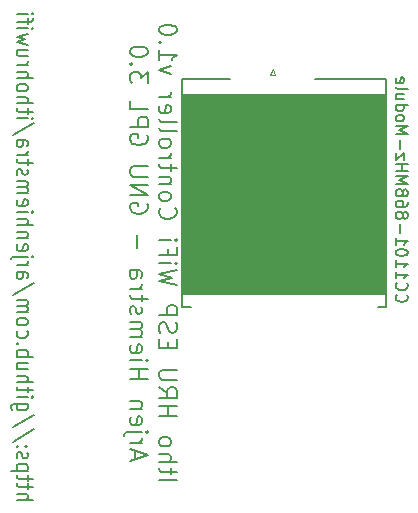
<source format=gbo>
G04 #@! TF.GenerationSoftware,KiCad,Pcbnew,(5.1.9-0-10_14)*
G04 #@! TF.CreationDate,2021-06-28T14:28:25+02:00*
G04 #@! TF.ProjectId,ithowifi_4l,6974686f-7769-4666-995f-346c2e6b6963,rev?*
G04 #@! TF.SameCoordinates,Original*
G04 #@! TF.FileFunction,Legend,Bot*
G04 #@! TF.FilePolarity,Positive*
%FSLAX46Y46*%
G04 Gerber Fmt 4.6, Leading zero omitted, Abs format (unit mm)*
G04 Created by KiCad (PCBNEW (5.1.9-0-10_14)) date 2021-06-28 14:28:25*
%MOMM*%
%LPD*%
G01*
G04 APERTURE LIST*
%ADD10C,0.100000*%
%ADD11C,0.200000*%
%ADD12C,0.150000*%
%ADD13C,0.120000*%
G04 APERTURE END LIST*
D10*
G36*
X104504000Y-131809200D02*
G01*
X87257400Y-131809200D01*
X87232000Y-114842000D01*
X104504000Y-114842000D01*
X104504000Y-131809200D01*
G37*
X104504000Y-131809200D02*
X87257400Y-131809200D01*
X87232000Y-114842000D01*
X104504000Y-114842000D01*
X104504000Y-131809200D01*
D11*
X73217166Y-149222428D02*
X74617166Y-149222428D01*
X73217166Y-148708142D02*
X73950500Y-148708142D01*
X74083833Y-148765285D01*
X74150500Y-148879571D01*
X74150500Y-149051000D01*
X74083833Y-149165285D01*
X74017166Y-149222428D01*
X74150500Y-148308142D02*
X74150500Y-147851000D01*
X74617166Y-148136714D02*
X73417166Y-148136714D01*
X73283833Y-148079571D01*
X73217166Y-147965285D01*
X73217166Y-147851000D01*
X74150500Y-147622428D02*
X74150500Y-147165285D01*
X74617166Y-147451000D02*
X73417166Y-147451000D01*
X73283833Y-147393857D01*
X73217166Y-147279571D01*
X73217166Y-147165285D01*
X74150500Y-146765285D02*
X72750500Y-146765285D01*
X74083833Y-146765285D02*
X74150500Y-146651000D01*
X74150500Y-146422428D01*
X74083833Y-146308142D01*
X74017166Y-146251000D01*
X73883833Y-146193857D01*
X73483833Y-146193857D01*
X73350500Y-146251000D01*
X73283833Y-146308142D01*
X73217166Y-146422428D01*
X73217166Y-146651000D01*
X73283833Y-146765285D01*
X73283833Y-145736714D02*
X73217166Y-145622428D01*
X73217166Y-145393857D01*
X73283833Y-145279571D01*
X73417166Y-145222428D01*
X73483833Y-145222428D01*
X73617166Y-145279571D01*
X73683833Y-145393857D01*
X73683833Y-145565285D01*
X73750500Y-145679571D01*
X73883833Y-145736714D01*
X73950500Y-145736714D01*
X74083833Y-145679571D01*
X74150500Y-145565285D01*
X74150500Y-145393857D01*
X74083833Y-145279571D01*
X73350500Y-144708142D02*
X73283833Y-144651000D01*
X73217166Y-144708142D01*
X73283833Y-144765285D01*
X73350500Y-144708142D01*
X73217166Y-144708142D01*
X74083833Y-144708142D02*
X74017166Y-144651000D01*
X73950500Y-144708142D01*
X74017166Y-144765285D01*
X74083833Y-144708142D01*
X73950500Y-144708142D01*
X74683833Y-143279571D02*
X72883833Y-144308142D01*
X74683833Y-142022428D02*
X72883833Y-143051000D01*
X74150500Y-141108142D02*
X73017166Y-141108142D01*
X72883833Y-141165285D01*
X72817166Y-141222428D01*
X72750500Y-141336714D01*
X72750500Y-141508142D01*
X72817166Y-141622428D01*
X73283833Y-141108142D02*
X73217166Y-141222428D01*
X73217166Y-141451000D01*
X73283833Y-141565285D01*
X73350500Y-141622428D01*
X73483833Y-141679571D01*
X73883833Y-141679571D01*
X74017166Y-141622428D01*
X74083833Y-141565285D01*
X74150500Y-141451000D01*
X74150500Y-141222428D01*
X74083833Y-141108142D01*
X73217166Y-140536714D02*
X74150500Y-140536714D01*
X74617166Y-140536714D02*
X74550500Y-140593857D01*
X74483833Y-140536714D01*
X74550500Y-140479571D01*
X74617166Y-140536714D01*
X74483833Y-140536714D01*
X74150500Y-140136714D02*
X74150500Y-139679571D01*
X74617166Y-139965285D02*
X73417166Y-139965285D01*
X73283833Y-139908142D01*
X73217166Y-139793857D01*
X73217166Y-139679571D01*
X73217166Y-139279571D02*
X74617166Y-139279571D01*
X73217166Y-138765285D02*
X73950500Y-138765285D01*
X74083833Y-138822428D01*
X74150500Y-138936714D01*
X74150500Y-139108142D01*
X74083833Y-139222428D01*
X74017166Y-139279571D01*
X74150500Y-137679571D02*
X73217166Y-137679571D01*
X74150500Y-138193857D02*
X73417166Y-138193857D01*
X73283833Y-138136714D01*
X73217166Y-138022428D01*
X73217166Y-137851000D01*
X73283833Y-137736714D01*
X73350500Y-137679571D01*
X73217166Y-137108142D02*
X74617166Y-137108142D01*
X74083833Y-137108142D02*
X74150500Y-136993857D01*
X74150500Y-136765285D01*
X74083833Y-136651000D01*
X74017166Y-136593857D01*
X73883833Y-136536714D01*
X73483833Y-136536714D01*
X73350500Y-136593857D01*
X73283833Y-136651000D01*
X73217166Y-136765285D01*
X73217166Y-136993857D01*
X73283833Y-137108142D01*
X73350500Y-136022428D02*
X73283833Y-135965285D01*
X73217166Y-136022428D01*
X73283833Y-136079571D01*
X73350500Y-136022428D01*
X73217166Y-136022428D01*
X73283833Y-134936714D02*
X73217166Y-135051000D01*
X73217166Y-135279571D01*
X73283833Y-135393857D01*
X73350500Y-135451000D01*
X73483833Y-135508142D01*
X73883833Y-135508142D01*
X74017166Y-135451000D01*
X74083833Y-135393857D01*
X74150500Y-135279571D01*
X74150500Y-135051000D01*
X74083833Y-134936714D01*
X73217166Y-134251000D02*
X73283833Y-134365285D01*
X73350500Y-134422428D01*
X73483833Y-134479571D01*
X73883833Y-134479571D01*
X74017166Y-134422428D01*
X74083833Y-134365285D01*
X74150500Y-134251000D01*
X74150500Y-134079571D01*
X74083833Y-133965285D01*
X74017166Y-133908142D01*
X73883833Y-133851000D01*
X73483833Y-133851000D01*
X73350500Y-133908142D01*
X73283833Y-133965285D01*
X73217166Y-134079571D01*
X73217166Y-134251000D01*
X73217166Y-133336714D02*
X74150500Y-133336714D01*
X74017166Y-133336714D02*
X74083833Y-133279571D01*
X74150500Y-133165285D01*
X74150500Y-132993857D01*
X74083833Y-132879571D01*
X73950500Y-132822428D01*
X73217166Y-132822428D01*
X73950500Y-132822428D02*
X74083833Y-132765285D01*
X74150500Y-132651000D01*
X74150500Y-132479571D01*
X74083833Y-132365285D01*
X73950500Y-132308142D01*
X73217166Y-132308142D01*
X74683833Y-130879571D02*
X72883833Y-131908142D01*
X73217166Y-129965285D02*
X73950500Y-129965285D01*
X74083833Y-130022428D01*
X74150500Y-130136714D01*
X74150500Y-130365285D01*
X74083833Y-130479571D01*
X73283833Y-129965285D02*
X73217166Y-130079571D01*
X73217166Y-130365285D01*
X73283833Y-130479571D01*
X73417166Y-130536714D01*
X73550500Y-130536714D01*
X73683833Y-130479571D01*
X73750500Y-130365285D01*
X73750500Y-130079571D01*
X73817166Y-129965285D01*
X73217166Y-129393857D02*
X74150500Y-129393857D01*
X73883833Y-129393857D02*
X74017166Y-129336714D01*
X74083833Y-129279571D01*
X74150500Y-129165285D01*
X74150500Y-129050999D01*
X74150500Y-128650999D02*
X72950500Y-128650999D01*
X72817166Y-128708142D01*
X72750500Y-128822428D01*
X72750500Y-128879571D01*
X74617166Y-128650999D02*
X74550500Y-128708142D01*
X74483833Y-128650999D01*
X74550500Y-128593857D01*
X74617166Y-128650999D01*
X74483833Y-128650999D01*
X73283833Y-127622428D02*
X73217166Y-127736714D01*
X73217166Y-127965285D01*
X73283833Y-128079571D01*
X73417166Y-128136714D01*
X73950500Y-128136714D01*
X74083833Y-128079571D01*
X74150500Y-127965285D01*
X74150500Y-127736714D01*
X74083833Y-127622428D01*
X73950500Y-127565285D01*
X73817166Y-127565285D01*
X73683833Y-128136714D01*
X74150500Y-127050999D02*
X73217166Y-127050999D01*
X74017166Y-127050999D02*
X74083833Y-126993857D01*
X74150500Y-126879571D01*
X74150500Y-126708142D01*
X74083833Y-126593857D01*
X73950500Y-126536714D01*
X73217166Y-126536714D01*
X73217166Y-125965285D02*
X74617166Y-125965285D01*
X73217166Y-125450999D02*
X73950500Y-125450999D01*
X74083833Y-125508142D01*
X74150500Y-125622428D01*
X74150500Y-125793857D01*
X74083833Y-125908142D01*
X74017166Y-125965285D01*
X73217166Y-124879571D02*
X74150500Y-124879571D01*
X74617166Y-124879571D02*
X74550500Y-124936714D01*
X74483833Y-124879571D01*
X74550500Y-124822428D01*
X74617166Y-124879571D01*
X74483833Y-124879571D01*
X73283833Y-123850999D02*
X73217166Y-123965285D01*
X73217166Y-124193857D01*
X73283833Y-124308142D01*
X73417166Y-124365285D01*
X73950500Y-124365285D01*
X74083833Y-124308142D01*
X74150500Y-124193857D01*
X74150500Y-123965285D01*
X74083833Y-123850999D01*
X73950500Y-123793857D01*
X73817166Y-123793857D01*
X73683833Y-124365285D01*
X73217166Y-123279571D02*
X74150500Y-123279571D01*
X74017166Y-123279571D02*
X74083833Y-123222428D01*
X74150500Y-123108142D01*
X74150500Y-122936714D01*
X74083833Y-122822428D01*
X73950500Y-122765285D01*
X73217166Y-122765285D01*
X73950500Y-122765285D02*
X74083833Y-122708142D01*
X74150500Y-122593857D01*
X74150500Y-122422428D01*
X74083833Y-122308142D01*
X73950500Y-122250999D01*
X73217166Y-122250999D01*
X73283833Y-121736714D02*
X73217166Y-121622428D01*
X73217166Y-121393857D01*
X73283833Y-121279571D01*
X73417166Y-121222428D01*
X73483833Y-121222428D01*
X73617166Y-121279571D01*
X73683833Y-121393857D01*
X73683833Y-121565285D01*
X73750500Y-121679571D01*
X73883833Y-121736714D01*
X73950500Y-121736714D01*
X74083833Y-121679571D01*
X74150500Y-121565285D01*
X74150500Y-121393857D01*
X74083833Y-121279571D01*
X74150500Y-120879571D02*
X74150500Y-120422428D01*
X74617166Y-120708142D02*
X73417166Y-120708142D01*
X73283833Y-120650999D01*
X73217166Y-120536714D01*
X73217166Y-120422428D01*
X73217166Y-120022428D02*
X74150500Y-120022428D01*
X73883833Y-120022428D02*
X74017166Y-119965285D01*
X74083833Y-119908142D01*
X74150500Y-119793857D01*
X74150500Y-119679571D01*
X73217166Y-118765285D02*
X73950500Y-118765285D01*
X74083833Y-118822428D01*
X74150500Y-118936714D01*
X74150500Y-119165285D01*
X74083833Y-119279571D01*
X73283833Y-118765285D02*
X73217166Y-118879571D01*
X73217166Y-119165285D01*
X73283833Y-119279571D01*
X73417166Y-119336714D01*
X73550500Y-119336714D01*
X73683833Y-119279571D01*
X73750500Y-119165285D01*
X73750500Y-118879571D01*
X73817166Y-118765285D01*
X74683833Y-117336714D02*
X72883833Y-118365285D01*
X73217166Y-116936714D02*
X74150500Y-116936714D01*
X74617166Y-116936714D02*
X74550500Y-116993857D01*
X74483833Y-116936714D01*
X74550500Y-116879571D01*
X74617166Y-116936714D01*
X74483833Y-116936714D01*
X74150500Y-116536714D02*
X74150500Y-116079571D01*
X74617166Y-116365285D02*
X73417166Y-116365285D01*
X73283833Y-116308142D01*
X73217166Y-116193857D01*
X73217166Y-116079571D01*
X73217166Y-115679571D02*
X74617166Y-115679571D01*
X73217166Y-115165285D02*
X73950500Y-115165285D01*
X74083833Y-115222428D01*
X74150500Y-115336714D01*
X74150500Y-115508142D01*
X74083833Y-115622428D01*
X74017166Y-115679571D01*
X73217166Y-114422428D02*
X73283833Y-114536714D01*
X73350500Y-114593857D01*
X73483833Y-114651000D01*
X73883833Y-114651000D01*
X74017166Y-114593857D01*
X74083833Y-114536714D01*
X74150500Y-114422428D01*
X74150500Y-114251000D01*
X74083833Y-114136714D01*
X74017166Y-114079571D01*
X73883833Y-114022428D01*
X73483833Y-114022428D01*
X73350500Y-114079571D01*
X73283833Y-114136714D01*
X73217166Y-114251000D01*
X73217166Y-114422428D01*
X73217166Y-113508142D02*
X74617166Y-113508142D01*
X73217166Y-112993857D02*
X73950500Y-112993857D01*
X74083833Y-113051000D01*
X74150500Y-113165285D01*
X74150500Y-113336714D01*
X74083833Y-113451000D01*
X74017166Y-113508142D01*
X73217166Y-112422428D02*
X74150500Y-112422428D01*
X73883833Y-112422428D02*
X74017166Y-112365285D01*
X74083833Y-112308142D01*
X74150500Y-112193857D01*
X74150500Y-112079571D01*
X74150500Y-111165285D02*
X73217166Y-111165285D01*
X74150500Y-111679571D02*
X73417166Y-111679571D01*
X73283833Y-111622428D01*
X73217166Y-111508142D01*
X73217166Y-111336714D01*
X73283833Y-111222428D01*
X73350500Y-111165285D01*
X74150500Y-110708142D02*
X73217166Y-110479571D01*
X73883833Y-110251000D01*
X73217166Y-110022428D01*
X74150500Y-109793857D01*
X73217166Y-109336714D02*
X74150500Y-109336714D01*
X74617166Y-109336714D02*
X74550500Y-109393857D01*
X74483833Y-109336714D01*
X74550500Y-109279571D01*
X74617166Y-109336714D01*
X74483833Y-109336714D01*
X74150500Y-108936714D02*
X74150500Y-108479571D01*
X73217166Y-108765285D02*
X74417166Y-108765285D01*
X74550500Y-108708142D01*
X74617166Y-108593857D01*
X74617166Y-108479571D01*
X73217166Y-108079571D02*
X74150500Y-108079571D01*
X74617166Y-108079571D02*
X74550500Y-108136714D01*
X74483833Y-108079571D01*
X74550500Y-108022428D01*
X74617166Y-108079571D01*
X74483833Y-108079571D01*
X85255428Y-147583500D02*
X86755428Y-147583500D01*
X86255428Y-147083500D02*
X86255428Y-146512071D01*
X86755428Y-146869214D02*
X85469714Y-146869214D01*
X85326857Y-146797785D01*
X85255428Y-146654928D01*
X85255428Y-146512071D01*
X85255428Y-146012071D02*
X86755428Y-146012071D01*
X85255428Y-145369214D02*
X86041142Y-145369214D01*
X86184000Y-145440642D01*
X86255428Y-145583500D01*
X86255428Y-145797785D01*
X86184000Y-145940642D01*
X86112571Y-146012071D01*
X85255428Y-144440642D02*
X85326857Y-144583500D01*
X85398285Y-144654928D01*
X85541142Y-144726357D01*
X85969714Y-144726357D01*
X86112571Y-144654928D01*
X86184000Y-144583500D01*
X86255428Y-144440642D01*
X86255428Y-144226357D01*
X86184000Y-144083500D01*
X86112571Y-144012071D01*
X85969714Y-143940642D01*
X85541142Y-143940642D01*
X85398285Y-144012071D01*
X85326857Y-144083500D01*
X85255428Y-144226357D01*
X85255428Y-144440642D01*
X85255428Y-142154928D02*
X86755428Y-142154928D01*
X86041142Y-142154928D02*
X86041142Y-141297785D01*
X85255428Y-141297785D02*
X86755428Y-141297785D01*
X85255428Y-139726357D02*
X85969714Y-140226357D01*
X85255428Y-140583500D02*
X86755428Y-140583500D01*
X86755428Y-140012071D01*
X86684000Y-139869214D01*
X86612571Y-139797785D01*
X86469714Y-139726357D01*
X86255428Y-139726357D01*
X86112571Y-139797785D01*
X86041142Y-139869214D01*
X85969714Y-140012071D01*
X85969714Y-140583500D01*
X86755428Y-139083500D02*
X85541142Y-139083500D01*
X85398285Y-139012071D01*
X85326857Y-138940642D01*
X85255428Y-138797785D01*
X85255428Y-138512071D01*
X85326857Y-138369214D01*
X85398285Y-138297785D01*
X85541142Y-138226357D01*
X86755428Y-138226357D01*
X86041142Y-136369214D02*
X86041142Y-135869214D01*
X85255428Y-135654928D02*
X85255428Y-136369214D01*
X86755428Y-136369214D01*
X86755428Y-135654928D01*
X85326857Y-135083500D02*
X85255428Y-134869214D01*
X85255428Y-134512071D01*
X85326857Y-134369214D01*
X85398285Y-134297785D01*
X85541142Y-134226357D01*
X85684000Y-134226357D01*
X85826857Y-134297785D01*
X85898285Y-134369214D01*
X85969714Y-134512071D01*
X86041142Y-134797785D01*
X86112571Y-134940642D01*
X86184000Y-135012071D01*
X86326857Y-135083500D01*
X86469714Y-135083500D01*
X86612571Y-135012071D01*
X86684000Y-134940642D01*
X86755428Y-134797785D01*
X86755428Y-134440642D01*
X86684000Y-134226357D01*
X85255428Y-133583500D02*
X86755428Y-133583500D01*
X86755428Y-133012071D01*
X86684000Y-132869214D01*
X86612571Y-132797785D01*
X86469714Y-132726357D01*
X86255428Y-132726357D01*
X86112571Y-132797785D01*
X86041142Y-132869214D01*
X85969714Y-133012071D01*
X85969714Y-133583500D01*
X86755428Y-131083500D02*
X85255428Y-130726357D01*
X86326857Y-130440642D01*
X85255428Y-130154928D01*
X86755428Y-129797785D01*
X85255428Y-129226357D02*
X86255428Y-129226357D01*
X86755428Y-129226357D02*
X86684000Y-129297785D01*
X86612571Y-129226357D01*
X86684000Y-129154928D01*
X86755428Y-129226357D01*
X86612571Y-129226357D01*
X86041142Y-128012071D02*
X86041142Y-128512071D01*
X85255428Y-128512071D02*
X86755428Y-128512071D01*
X86755428Y-127797785D01*
X85255428Y-127226357D02*
X86255428Y-127226357D01*
X86755428Y-127226357D02*
X86684000Y-127297785D01*
X86612571Y-127226357D01*
X86684000Y-127154928D01*
X86755428Y-127226357D01*
X86612571Y-127226357D01*
X85398285Y-124512071D02*
X85326857Y-124583500D01*
X85255428Y-124797785D01*
X85255428Y-124940642D01*
X85326857Y-125154928D01*
X85469714Y-125297785D01*
X85612571Y-125369214D01*
X85898285Y-125440642D01*
X86112571Y-125440642D01*
X86398285Y-125369214D01*
X86541142Y-125297785D01*
X86684000Y-125154928D01*
X86755428Y-124940642D01*
X86755428Y-124797785D01*
X86684000Y-124583500D01*
X86612571Y-124512071D01*
X85255428Y-123654928D02*
X85326857Y-123797785D01*
X85398285Y-123869214D01*
X85541142Y-123940642D01*
X85969714Y-123940642D01*
X86112571Y-123869214D01*
X86184000Y-123797785D01*
X86255428Y-123654928D01*
X86255428Y-123440642D01*
X86184000Y-123297785D01*
X86112571Y-123226357D01*
X85969714Y-123154928D01*
X85541142Y-123154928D01*
X85398285Y-123226357D01*
X85326857Y-123297785D01*
X85255428Y-123440642D01*
X85255428Y-123654928D01*
X86255428Y-122512071D02*
X85255428Y-122512071D01*
X86112571Y-122512071D02*
X86184000Y-122440642D01*
X86255428Y-122297785D01*
X86255428Y-122083500D01*
X86184000Y-121940642D01*
X86041142Y-121869214D01*
X85255428Y-121869214D01*
X86255428Y-121369214D02*
X86255428Y-120797785D01*
X86755428Y-121154928D02*
X85469714Y-121154928D01*
X85326857Y-121083500D01*
X85255428Y-120940642D01*
X85255428Y-120797785D01*
X85255428Y-120297785D02*
X86255428Y-120297785D01*
X85969714Y-120297785D02*
X86112571Y-120226357D01*
X86184000Y-120154928D01*
X86255428Y-120012071D01*
X86255428Y-119869214D01*
X85255428Y-119154928D02*
X85326857Y-119297785D01*
X85398285Y-119369214D01*
X85541142Y-119440642D01*
X85969714Y-119440642D01*
X86112571Y-119369214D01*
X86184000Y-119297785D01*
X86255428Y-119154928D01*
X86255428Y-118940642D01*
X86184000Y-118797785D01*
X86112571Y-118726357D01*
X85969714Y-118654928D01*
X85541142Y-118654928D01*
X85398285Y-118726357D01*
X85326857Y-118797785D01*
X85255428Y-118940642D01*
X85255428Y-119154928D01*
X85255428Y-117797785D02*
X85326857Y-117940642D01*
X85469714Y-118012071D01*
X86755428Y-118012071D01*
X85255428Y-117012071D02*
X85326857Y-117154928D01*
X85469714Y-117226357D01*
X86755428Y-117226357D01*
X85326857Y-115869214D02*
X85255428Y-116012071D01*
X85255428Y-116297785D01*
X85326857Y-116440642D01*
X85469714Y-116512071D01*
X86041142Y-116512071D01*
X86184000Y-116440642D01*
X86255428Y-116297785D01*
X86255428Y-116012071D01*
X86184000Y-115869214D01*
X86041142Y-115797785D01*
X85898285Y-115797785D01*
X85755428Y-116512071D01*
X85255428Y-115154928D02*
X86255428Y-115154928D01*
X85969714Y-115154928D02*
X86112571Y-115083500D01*
X86184000Y-115012071D01*
X86255428Y-114869214D01*
X86255428Y-114726357D01*
X86255428Y-113226357D02*
X85255428Y-112869214D01*
X86255428Y-112512071D01*
X85255428Y-111154928D02*
X85255428Y-112012071D01*
X85255428Y-111583500D02*
X86755428Y-111583500D01*
X86541142Y-111726357D01*
X86398285Y-111869214D01*
X86326857Y-112012071D01*
X85398285Y-110512071D02*
X85326857Y-110440642D01*
X85255428Y-110512071D01*
X85326857Y-110583500D01*
X85398285Y-110512071D01*
X85255428Y-110512071D01*
X86755428Y-109512071D02*
X86755428Y-109369214D01*
X86684000Y-109226357D01*
X86612571Y-109154928D01*
X86469714Y-109083500D01*
X86184000Y-109012071D01*
X85826857Y-109012071D01*
X85541142Y-109083500D01*
X85398285Y-109154928D01*
X85326857Y-109226357D01*
X85255428Y-109369214D01*
X85255428Y-109512071D01*
X85326857Y-109654928D01*
X85398285Y-109726357D01*
X85541142Y-109797785D01*
X85826857Y-109869214D01*
X86184000Y-109869214D01*
X86469714Y-109797785D01*
X86612571Y-109726357D01*
X86684000Y-109654928D01*
X86755428Y-109512071D01*
X83234000Y-145797785D02*
X83234000Y-145083500D01*
X82805428Y-145940642D02*
X84305428Y-145440642D01*
X82805428Y-144940642D01*
X82805428Y-144440642D02*
X83805428Y-144440642D01*
X83519714Y-144440642D02*
X83662571Y-144369214D01*
X83734000Y-144297785D01*
X83805428Y-144154928D01*
X83805428Y-144012071D01*
X83805428Y-143512071D02*
X82519714Y-143512071D01*
X82376857Y-143583500D01*
X82305428Y-143726357D01*
X82305428Y-143797785D01*
X84305428Y-143512071D02*
X84234000Y-143583500D01*
X84162571Y-143512071D01*
X84234000Y-143440642D01*
X84305428Y-143512071D01*
X84162571Y-143512071D01*
X82876857Y-142226357D02*
X82805428Y-142369214D01*
X82805428Y-142654928D01*
X82876857Y-142797785D01*
X83019714Y-142869214D01*
X83591142Y-142869214D01*
X83734000Y-142797785D01*
X83805428Y-142654928D01*
X83805428Y-142369214D01*
X83734000Y-142226357D01*
X83591142Y-142154928D01*
X83448285Y-142154928D01*
X83305428Y-142869214D01*
X83805428Y-141512071D02*
X82805428Y-141512071D01*
X83662571Y-141512071D02*
X83734000Y-141440642D01*
X83805428Y-141297785D01*
X83805428Y-141083500D01*
X83734000Y-140940642D01*
X83591142Y-140869214D01*
X82805428Y-140869214D01*
X82805428Y-139012071D02*
X84305428Y-139012071D01*
X83591142Y-139012071D02*
X83591142Y-138154928D01*
X82805428Y-138154928D02*
X84305428Y-138154928D01*
X82805428Y-137440642D02*
X83805428Y-137440642D01*
X84305428Y-137440642D02*
X84234000Y-137512071D01*
X84162571Y-137440642D01*
X84234000Y-137369214D01*
X84305428Y-137440642D01*
X84162571Y-137440642D01*
X82876857Y-136154928D02*
X82805428Y-136297785D01*
X82805428Y-136583500D01*
X82876857Y-136726357D01*
X83019714Y-136797785D01*
X83591142Y-136797785D01*
X83734000Y-136726357D01*
X83805428Y-136583500D01*
X83805428Y-136297785D01*
X83734000Y-136154928D01*
X83591142Y-136083500D01*
X83448285Y-136083500D01*
X83305428Y-136797785D01*
X82805428Y-135440642D02*
X83805428Y-135440642D01*
X83662571Y-135440642D02*
X83734000Y-135369214D01*
X83805428Y-135226357D01*
X83805428Y-135012071D01*
X83734000Y-134869214D01*
X83591142Y-134797785D01*
X82805428Y-134797785D01*
X83591142Y-134797785D02*
X83734000Y-134726357D01*
X83805428Y-134583500D01*
X83805428Y-134369214D01*
X83734000Y-134226357D01*
X83591142Y-134154928D01*
X82805428Y-134154928D01*
X82876857Y-133512071D02*
X82805428Y-133369214D01*
X82805428Y-133083500D01*
X82876857Y-132940642D01*
X83019714Y-132869214D01*
X83091142Y-132869214D01*
X83234000Y-132940642D01*
X83305428Y-133083500D01*
X83305428Y-133297785D01*
X83376857Y-133440642D01*
X83519714Y-133512071D01*
X83591142Y-133512071D01*
X83734000Y-133440642D01*
X83805428Y-133297785D01*
X83805428Y-133083500D01*
X83734000Y-132940642D01*
X83805428Y-132440642D02*
X83805428Y-131869214D01*
X84305428Y-132226357D02*
X83019714Y-132226357D01*
X82876857Y-132154928D01*
X82805428Y-132012071D01*
X82805428Y-131869214D01*
X82805428Y-131369214D02*
X83805428Y-131369214D01*
X83519714Y-131369214D02*
X83662571Y-131297785D01*
X83734000Y-131226357D01*
X83805428Y-131083500D01*
X83805428Y-130940642D01*
X82805428Y-129797785D02*
X83591142Y-129797785D01*
X83734000Y-129869214D01*
X83805428Y-130012071D01*
X83805428Y-130297785D01*
X83734000Y-130440642D01*
X82876857Y-129797785D02*
X82805428Y-129940642D01*
X82805428Y-130297785D01*
X82876857Y-130440642D01*
X83019714Y-130512071D01*
X83162571Y-130512071D01*
X83305428Y-130440642D01*
X83376857Y-130297785D01*
X83376857Y-129940642D01*
X83448285Y-129797785D01*
X83376857Y-127940642D02*
X83376857Y-126797785D01*
X84234000Y-124154928D02*
X84305428Y-124297785D01*
X84305428Y-124512071D01*
X84234000Y-124726357D01*
X84091142Y-124869214D01*
X83948285Y-124940642D01*
X83662571Y-125012071D01*
X83448285Y-125012071D01*
X83162571Y-124940642D01*
X83019714Y-124869214D01*
X82876857Y-124726357D01*
X82805428Y-124512071D01*
X82805428Y-124369214D01*
X82876857Y-124154928D01*
X82948285Y-124083500D01*
X83448285Y-124083500D01*
X83448285Y-124369214D01*
X82805428Y-123440642D02*
X84305428Y-123440642D01*
X82805428Y-122583500D01*
X84305428Y-122583500D01*
X84305428Y-121869214D02*
X83091142Y-121869214D01*
X82948285Y-121797785D01*
X82876857Y-121726357D01*
X82805428Y-121583500D01*
X82805428Y-121297785D01*
X82876857Y-121154928D01*
X82948285Y-121083500D01*
X83091142Y-121012071D01*
X84305428Y-121012071D01*
X84234000Y-118369214D02*
X84305428Y-118512071D01*
X84305428Y-118726357D01*
X84234000Y-118940642D01*
X84091142Y-119083500D01*
X83948285Y-119154928D01*
X83662571Y-119226357D01*
X83448285Y-119226357D01*
X83162571Y-119154928D01*
X83019714Y-119083500D01*
X82876857Y-118940642D01*
X82805428Y-118726357D01*
X82805428Y-118583500D01*
X82876857Y-118369214D01*
X82948285Y-118297785D01*
X83448285Y-118297785D01*
X83448285Y-118583500D01*
X82805428Y-117654928D02*
X84305428Y-117654928D01*
X84305428Y-117083500D01*
X84234000Y-116940642D01*
X84162571Y-116869214D01*
X84019714Y-116797785D01*
X83805428Y-116797785D01*
X83662571Y-116869214D01*
X83591142Y-116940642D01*
X83519714Y-117083500D01*
X83519714Y-117654928D01*
X82805428Y-115440642D02*
X82805428Y-116154928D01*
X84305428Y-116154928D01*
X84305428Y-113940642D02*
X84305428Y-113012071D01*
X83734000Y-113512071D01*
X83734000Y-113297785D01*
X83662571Y-113154928D01*
X83591142Y-113083500D01*
X83448285Y-113012071D01*
X83091142Y-113012071D01*
X82948285Y-113083500D01*
X82876857Y-113154928D01*
X82805428Y-113297785D01*
X82805428Y-113726357D01*
X82876857Y-113869214D01*
X82948285Y-113940642D01*
X82948285Y-112369214D02*
X82876857Y-112297785D01*
X82805428Y-112369214D01*
X82876857Y-112440642D01*
X82948285Y-112369214D01*
X82805428Y-112369214D01*
X84305428Y-111369214D02*
X84305428Y-111226357D01*
X84234000Y-111083500D01*
X84162571Y-111012071D01*
X84019714Y-110940642D01*
X83734000Y-110869214D01*
X83376857Y-110869214D01*
X83091142Y-110940642D01*
X82948285Y-111012071D01*
X82876857Y-111083500D01*
X82805428Y-111226357D01*
X82805428Y-111369214D01*
X82876857Y-111512071D01*
X82948285Y-111583500D01*
X83091142Y-111654928D01*
X83376857Y-111726357D01*
X83734000Y-111726357D01*
X84019714Y-111654928D01*
X84162571Y-111583500D01*
X84234000Y-111512071D01*
X84305428Y-111369214D01*
D12*
X103772000Y-132889000D02*
X104522000Y-132889000D01*
X87222000Y-132889000D02*
X87972000Y-132889000D01*
X87222000Y-113589000D02*
X87222000Y-132889000D01*
X91247000Y-113589000D02*
X87222000Y-113589000D01*
X104522000Y-113589000D02*
X98497000Y-113589000D01*
X104522000Y-132889000D02*
X104522000Y-113589000D01*
D13*
X94881400Y-112758400D02*
X95131400Y-113258400D01*
X95131400Y-113258400D02*
X94631400Y-113258400D01*
X94631400Y-113258400D02*
X94881400Y-112758400D01*
D12*
X105420857Y-131865952D02*
X105373238Y-131913571D01*
X105325619Y-132056428D01*
X105325619Y-132151666D01*
X105373238Y-132294523D01*
X105468476Y-132389761D01*
X105563714Y-132437380D01*
X105754190Y-132485000D01*
X105897047Y-132485000D01*
X106087523Y-132437380D01*
X106182761Y-132389761D01*
X106278000Y-132294523D01*
X106325619Y-132151666D01*
X106325619Y-132056428D01*
X106278000Y-131913571D01*
X106230380Y-131865952D01*
X105420857Y-130865952D02*
X105373238Y-130913571D01*
X105325619Y-131056428D01*
X105325619Y-131151666D01*
X105373238Y-131294523D01*
X105468476Y-131389761D01*
X105563714Y-131437380D01*
X105754190Y-131485000D01*
X105897047Y-131485000D01*
X106087523Y-131437380D01*
X106182761Y-131389761D01*
X106278000Y-131294523D01*
X106325619Y-131151666D01*
X106325619Y-131056428D01*
X106278000Y-130913571D01*
X106230380Y-130865952D01*
X105325619Y-129913571D02*
X105325619Y-130485000D01*
X105325619Y-130199285D02*
X106325619Y-130199285D01*
X106182761Y-130294523D01*
X106087523Y-130389761D01*
X106039904Y-130485000D01*
X105325619Y-128961190D02*
X105325619Y-129532619D01*
X105325619Y-129246904D02*
X106325619Y-129246904D01*
X106182761Y-129342142D01*
X106087523Y-129437380D01*
X106039904Y-129532619D01*
X106325619Y-128342142D02*
X106325619Y-128246904D01*
X106278000Y-128151666D01*
X106230380Y-128104047D01*
X106135142Y-128056428D01*
X105944666Y-128008809D01*
X105706571Y-128008809D01*
X105516095Y-128056428D01*
X105420857Y-128104047D01*
X105373238Y-128151666D01*
X105325619Y-128246904D01*
X105325619Y-128342142D01*
X105373238Y-128437380D01*
X105420857Y-128485000D01*
X105516095Y-128532619D01*
X105706571Y-128580238D01*
X105944666Y-128580238D01*
X106135142Y-128532619D01*
X106230380Y-128485000D01*
X106278000Y-128437380D01*
X106325619Y-128342142D01*
X105325619Y-127056428D02*
X105325619Y-127627857D01*
X105325619Y-127342142D02*
X106325619Y-127342142D01*
X106182761Y-127437380D01*
X106087523Y-127532619D01*
X106039904Y-127627857D01*
X105706571Y-126627857D02*
X105706571Y-125865952D01*
X105897047Y-125246904D02*
X105944666Y-125342142D01*
X105992285Y-125389761D01*
X106087523Y-125437380D01*
X106135142Y-125437380D01*
X106230380Y-125389761D01*
X106278000Y-125342142D01*
X106325619Y-125246904D01*
X106325619Y-125056428D01*
X106278000Y-124961190D01*
X106230380Y-124913571D01*
X106135142Y-124865952D01*
X106087523Y-124865952D01*
X105992285Y-124913571D01*
X105944666Y-124961190D01*
X105897047Y-125056428D01*
X105897047Y-125246904D01*
X105849428Y-125342142D01*
X105801809Y-125389761D01*
X105706571Y-125437380D01*
X105516095Y-125437380D01*
X105420857Y-125389761D01*
X105373238Y-125342142D01*
X105325619Y-125246904D01*
X105325619Y-125056428D01*
X105373238Y-124961190D01*
X105420857Y-124913571D01*
X105516095Y-124865952D01*
X105706571Y-124865952D01*
X105801809Y-124913571D01*
X105849428Y-124961190D01*
X105897047Y-125056428D01*
X106325619Y-124008809D02*
X106325619Y-124199285D01*
X106278000Y-124294523D01*
X106230380Y-124342142D01*
X106087523Y-124437380D01*
X105897047Y-124485000D01*
X105516095Y-124485000D01*
X105420857Y-124437380D01*
X105373238Y-124389761D01*
X105325619Y-124294523D01*
X105325619Y-124104047D01*
X105373238Y-124008809D01*
X105420857Y-123961190D01*
X105516095Y-123913571D01*
X105754190Y-123913571D01*
X105849428Y-123961190D01*
X105897047Y-124008809D01*
X105944666Y-124104047D01*
X105944666Y-124294523D01*
X105897047Y-124389761D01*
X105849428Y-124437380D01*
X105754190Y-124485000D01*
X105897047Y-123342142D02*
X105944666Y-123437380D01*
X105992285Y-123485000D01*
X106087523Y-123532619D01*
X106135142Y-123532619D01*
X106230380Y-123485000D01*
X106278000Y-123437380D01*
X106325619Y-123342142D01*
X106325619Y-123151666D01*
X106278000Y-123056428D01*
X106230380Y-123008809D01*
X106135142Y-122961190D01*
X106087523Y-122961190D01*
X105992285Y-123008809D01*
X105944666Y-123056428D01*
X105897047Y-123151666D01*
X105897047Y-123342142D01*
X105849428Y-123437380D01*
X105801809Y-123485000D01*
X105706571Y-123532619D01*
X105516095Y-123532619D01*
X105420857Y-123485000D01*
X105373238Y-123437380D01*
X105325619Y-123342142D01*
X105325619Y-123151666D01*
X105373238Y-123056428D01*
X105420857Y-123008809D01*
X105516095Y-122961190D01*
X105706571Y-122961190D01*
X105801809Y-123008809D01*
X105849428Y-123056428D01*
X105897047Y-123151666D01*
X105325619Y-122532619D02*
X106325619Y-122532619D01*
X105611333Y-122199285D01*
X106325619Y-121865952D01*
X105325619Y-121865952D01*
X105325619Y-121389761D02*
X106325619Y-121389761D01*
X105849428Y-121389761D02*
X105849428Y-120818333D01*
X105325619Y-120818333D02*
X106325619Y-120818333D01*
X105992285Y-120437380D02*
X105992285Y-119913571D01*
X105325619Y-120437380D01*
X105325619Y-119913571D01*
X105706571Y-119532619D02*
X105706571Y-118770714D01*
X105325619Y-118294523D02*
X106325619Y-118294523D01*
X105611333Y-117961190D01*
X106325619Y-117627857D01*
X105325619Y-117627857D01*
X105325619Y-117008809D02*
X105373238Y-117104047D01*
X105420857Y-117151666D01*
X105516095Y-117199285D01*
X105801809Y-117199285D01*
X105897047Y-117151666D01*
X105944666Y-117104047D01*
X105992285Y-117008809D01*
X105992285Y-116865952D01*
X105944666Y-116770714D01*
X105897047Y-116723095D01*
X105801809Y-116675476D01*
X105516095Y-116675476D01*
X105420857Y-116723095D01*
X105373238Y-116770714D01*
X105325619Y-116865952D01*
X105325619Y-117008809D01*
X105325619Y-115818333D02*
X106325619Y-115818333D01*
X105373238Y-115818333D02*
X105325619Y-115913571D01*
X105325619Y-116104047D01*
X105373238Y-116199285D01*
X105420857Y-116246904D01*
X105516095Y-116294523D01*
X105801809Y-116294523D01*
X105897047Y-116246904D01*
X105944666Y-116199285D01*
X105992285Y-116104047D01*
X105992285Y-115913571D01*
X105944666Y-115818333D01*
X105992285Y-114913571D02*
X105325619Y-114913571D01*
X105992285Y-115342142D02*
X105468476Y-115342142D01*
X105373238Y-115294523D01*
X105325619Y-115199285D01*
X105325619Y-115056428D01*
X105373238Y-114961190D01*
X105420857Y-114913571D01*
X105325619Y-114294523D02*
X105373238Y-114389761D01*
X105468476Y-114437380D01*
X106325619Y-114437380D01*
X105373238Y-113532619D02*
X105325619Y-113627857D01*
X105325619Y-113818333D01*
X105373238Y-113913571D01*
X105468476Y-113961190D01*
X105849428Y-113961190D01*
X105944666Y-113913571D01*
X105992285Y-113818333D01*
X105992285Y-113627857D01*
X105944666Y-113532619D01*
X105849428Y-113485000D01*
X105754190Y-113485000D01*
X105658952Y-113961190D01*
M02*

</source>
